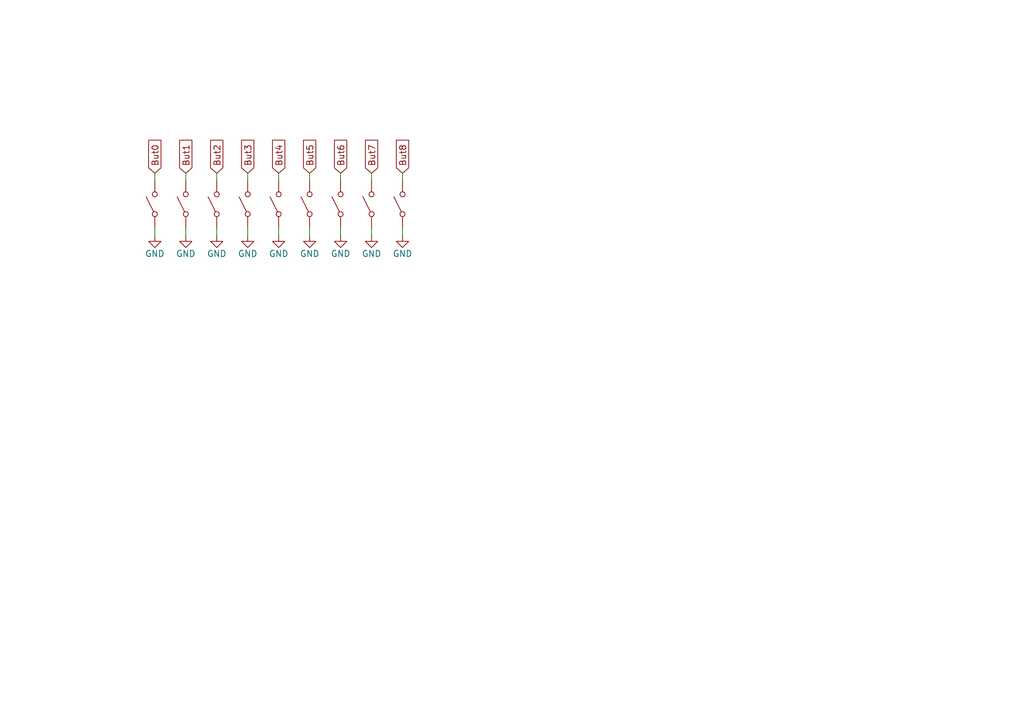
<source format=kicad_sch>
(kicad_sch (version 20211123) (generator eeschema)
  (paper "A5")
  (lib_symbols
    (symbol "Switch:SW_SPST" (pin_numbers hide) (pin_names (offset 0) hide)
      (property "Reference" "SW" (at 0 3.175 0))
      (property "Value" "SW_SPST" (at 0 -2.54 0))
      (symbol "SW_SPST_0_0"
        (circle (center -2.032 0) (radius 0.508))
        (polyline (pts (xy -1.524 0.254) (xy 1.524 1.778)))
        (circle (center 2.032 0) (radius 0.508))
      )
      (symbol "SW_SPST_1_1"
        (pin passive line (at -5.08 0 0) (length 2.54) (name "A") (number "1"))
        (pin passive line (at 5.08 0 180) (length 2.54) (name "B") (number "2"))
      )
    )
    (symbol "power:GND" (power) (pin_names (offset 0))
      (property "Value" "GND" (at 0 -3.81 0))
      (symbol "GND_0_1"
        (polyline (pts (xy 0 0) (xy 0 -1.27) (xy 1.27 -1.27) (xy 0 -2.54) (xy -1.27 -1.27) (xy 0 -1.27)))
      )
      (symbol "GND_1_1"
        (pin power_in line (at 0 0 270) (length 0) hide (name "GND") (number "1"))
      )
    )
  )
  (wire (pts (xy 44.45 35.56) (xy 44.45 36.83)))
  (wire (pts (xy 38.1 35.56) (xy 38.1 36.83)))
  (wire (pts (xy 82.55 35.56) (xy 82.55 36.83)))
  (wire (pts (xy 69.85 48.26) (xy 69.85 46.99)))
  (wire (pts (xy 50.8 48.26) (xy 50.8 46.99)))
  (wire (pts (xy 50.8 35.56) (xy 50.8 36.83)))
  (wire (pts (xy 57.15 35.56) (xy 57.15 36.83)))
  (wire (pts (xy 69.85 35.56) (xy 69.85 36.83)))
  (wire (pts (xy 76.2 35.56) (xy 76.2 36.83)))
  (wire (pts (xy 31.75 35.56) (xy 31.75 36.83)))
  (wire (pts (xy 76.2 48.26) (xy 76.2 46.99)))
  (wire (pts (xy 63.5 35.56) (xy 63.5 36.83)))
  (wire (pts (xy 57.15 48.26) (xy 57.15 46.99)))
  (wire (pts (xy 38.1 48.26) (xy 38.1 46.99)))
  (wire (pts (xy 63.5 48.26) (xy 63.5 46.99)))
  (wire (pts (xy 82.55 48.26) (xy 82.55 46.99)))
  (wire (pts (xy 31.75 48.26) (xy 31.75 46.99)))
  (wire (pts (xy 44.45 48.26) (xy 44.45 46.99)))
  (global_label "But1" (shape input) (at 38.1 35.56 90) (property "Intersheet References" "${INTERSHEET_REFS}" (effects hide)))
  (global_label "But5" (shape input) (at 63.5 35.56 90) (property "Intersheet References" "${INTERSHEET_REFS}" (effects hide)))
  (global_label "But6" (shape input) (at 69.85 35.56 90) (property "Intersheet References" "${INTERSHEET_REFS}" (effects hide)))
  (global_label "But8" (shape input) (at 82.55 35.56 90) (property "Intersheet References" "${INTERSHEET_REFS}" (effects hide)))
  (global_label "But3" (shape input) (at 50.8 35.56 90) (property "Intersheet References" "${INTERSHEET_REFS}" (effects hide)))
  (global_label "But0" (shape input) (at 31.75 35.56 90) (property "Intersheet References" "${INTERSHEET_REFS}" (effects hide)))
  (global_label "But4" (shape input) (at 57.15 35.56 90) (property "Intersheet References" "${INTERSHEET_REFS}" (effects hide)))
  (global_label "But2" (shape input) (at 44.45 35.56 90) (property "Intersheet References" "${INTERSHEET_REFS}" (effects hide)))
  (global_label "But7" (shape input) (at 76.2 35.56 90) (property "Intersheet References" "${INTERSHEET_REFS}" (effects hide)))
  (symbol (lib_id "Switch:SW_SPST") (at 82.55 41.91 90) (unit 1)
    (property "Reference" "SW?" (effects hide))
    (property "Value" "SW_SPST" (effects hide))
  )
  (symbol (lib_id "power:GND") (at 82.55 48.26 0) (unit 1)
    (property "Reference" "#PWR0107" (effects hide))
    (property "Value" "GND" (at 82.55 52.07 0))
  )
  (symbol (lib_id "power:GND") (at 38.1 48.26 0) (unit 1)
    (property "Reference" "#PWR0103" (effects hide))
    (property "Value" "GND" (at 38.1 52.07 0))
  )
  (symbol (lib_id "Switch:SW_SPST") (at 69.85 41.91 90) (unit 1)
    (property "Reference" "SW?" (effects hide))
    (property "Value" "SW_SPST" (effects hide))
  )
  (symbol (lib_id "Switch:SW_SPST") (at 44.45 41.91 90) (unit 1)
    (property "Reference" "SW?" (effects hide))
    (property "Value" "SW_SPST" (effects hide))
  )
  (symbol (lib_id "power:GND") (at 76.2 48.26 0) (unit 1)
    (property "Reference" "#PWR0108" (effects hide))
    (property "Value" "GND" (at 76.2 52.07 0))
  )
  (symbol (lib_id "Switch:SW_SPST") (at 57.15 41.91 90) (unit 1)
    (property "Reference" "SW?" (effects hide))
    (property "Value" "SW_SPST" (effects hide))
  )
  (symbol (lib_id "Switch:SW_SPST") (at 63.5 41.91 90) (unit 1)
    (property "Reference" "SW?" (effects hide))
    (property "Value" "SW_SPST" (effects hide))
  )
  (symbol (lib_id "power:GND") (at 50.8 48.26 0) (unit 1)
    (property "Reference" "#PWR0101" (effects hide))
    (property "Value" "GND" (at 50.8 52.07 0))
  )
  (symbol (lib_id "Switch:SW_SPST") (at 76.2 41.91 90) (unit 1)
    (property "Reference" "SW?" (effects hide))
    (property "Value" "SW_SPST" (effects hide))
  )
  (symbol (lib_id "power:GND") (at 57.15 48.26 0) (unit 1)
    (property "Reference" "#PWR0105" (effects hide))
    (property "Value" "GND" (at 57.15 52.07 0))
  )
  (symbol (lib_id "power:GND") (at 31.75 48.26 0) (unit 1)
    (property "Reference" "#PWR0104" (effects hide))
    (property "Value" "GND" (at 31.75 52.07 0))
  )
  (symbol (lib_id "Switch:SW_SPST") (at 31.75 41.91 90) (unit 1)
    (property "Reference" "SW?" (effects hide))
    (property "Value" "SW_SPST" (effects hide))
  )
  (symbol (lib_id "Switch:SW_SPST") (at 38.1 41.91 90) (unit 1)
    (property "Reference" "SW?" (effects hide))
    (property "Value" "SW_SPST" (effects hide))
  )
  (symbol (lib_id "power:GND") (at 69.85 48.26 0) (unit 1)
    (property "Reference" "#PWR0109" (effects hide))
    (property "Value" "GND" (at 69.85 52.07 0))
  )
  (symbol (lib_id "power:GND") (at 63.5 48.26 0) (unit 1)
    (property "Reference" "#PWR0106" (effects hide))
    (property "Value" "GND" (at 63.5 52.07 0))
  )
  (symbol (lib_id "Switch:SW_SPST") (at 50.8 41.91 90) (unit 1)
    (property "Reference" "SW?" (effects hide))
    (property "Value" "SW_SPST" (effects hide))
  )
  (symbol (lib_id "power:GND") (at 44.45 48.26 0) (unit 1)
    (property "Reference" "#PWR0102" (effects hide))
    (property "Value" "GND" (at 44.45 52.07 0))
  )
)
</source>
